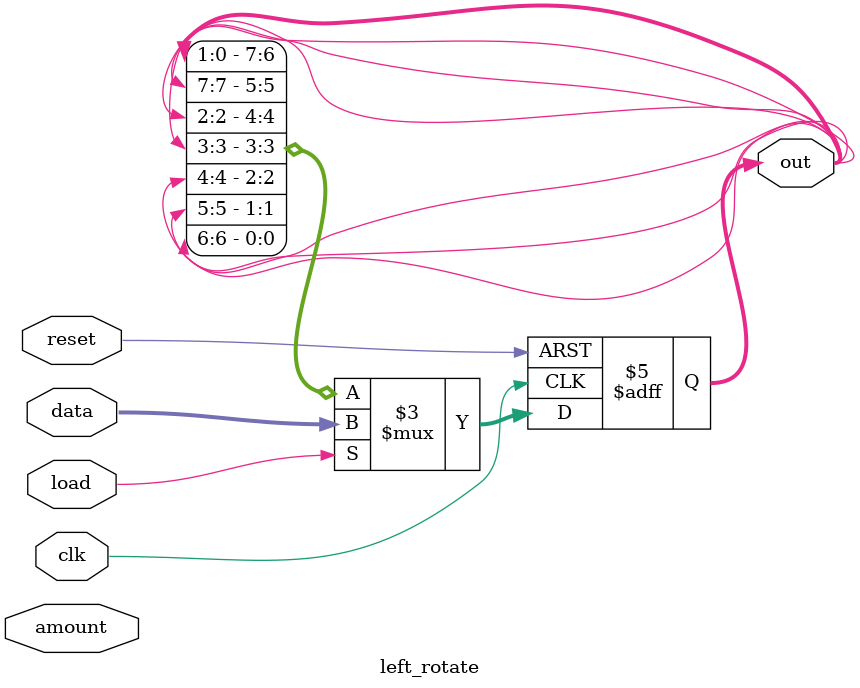
<source format=v>
module left_rotate(clk,reset,amount,data,load,out);
input clk,reset;
input [2:0] amount;
input [7:0] data;
input load;
output reg [7:0] out;
// when load is high, load data to out
// otherwise rotate the out register followed by left shift the out register by amount bits
always @(posedge clk or posedge reset)
	begin
	if (reset)
	out <= 0;
	else if (load)
	out <= data;
	else begin
	// do the left shift first
	out = {out[6:0],out[7]};
	// then rotate
	out = {out[2:0],out[3:3],out[4:4],out[5:5],out[6:6],out[7:7]};
	end
	end
endmodule

</source>
